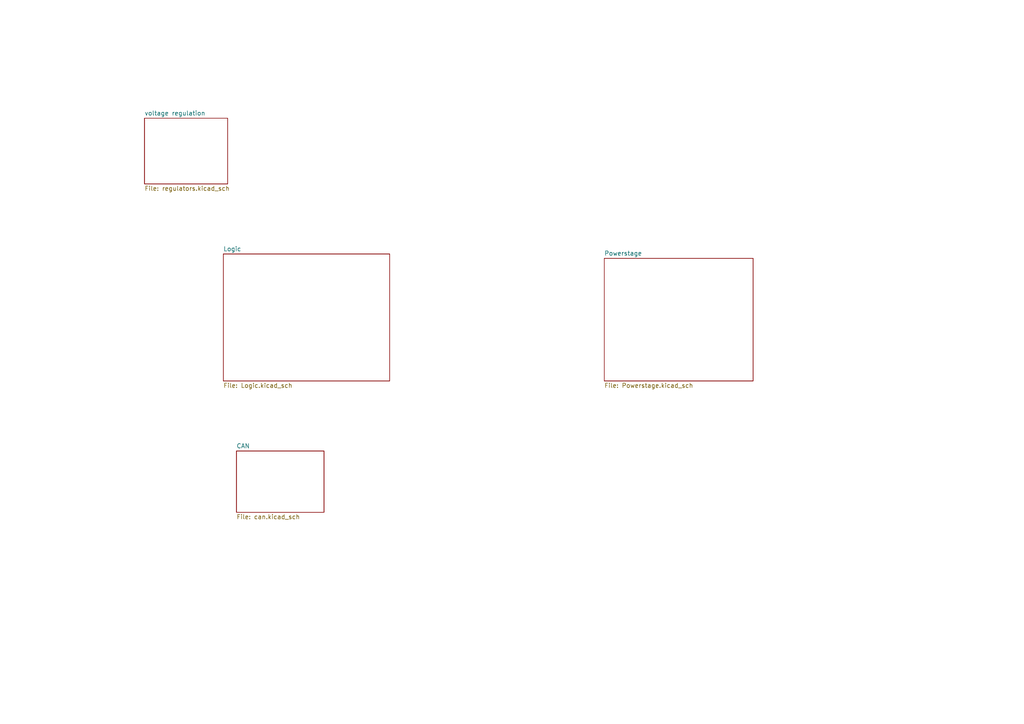
<source format=kicad_sch>
(kicad_sch
	(version 20231120)
	(generator "eeschema")
	(generator_version "8.0")
	(uuid "dc289c68-d15f-4833-9b73-29cf7cb2a289")
	(paper "A4")
	(lib_symbols)
	(sheet
		(at 64.77 73.66)
		(size 48.26 36.83)
		(fields_autoplaced yes)
		(stroke
			(width 0.1524)
			(type solid)
		)
		(fill
			(color 0 0 0 0.0000)
		)
		(uuid "52d04b8d-c40b-425a-8466-d9c480f0fea8")
		(property "Sheetname" "Logic"
			(at 64.77 72.9484 0)
			(effects
				(font
					(size 1.27 1.27)
				)
				(justify left bottom)
			)
		)
		(property "Sheetfile" "Logic.kicad_sch"
			(at 64.77 111.0746 0)
			(effects
				(font
					(size 1.27 1.27)
				)
				(justify left top)
			)
		)
		(instances
			(project "GESC"
				(path "/dc289c68-d15f-4833-9b73-29cf7cb2a289"
					(page "3")
				)
			)
		)
	)
	(sheet
		(at 68.58 130.81)
		(size 25.4 17.78)
		(fields_autoplaced yes)
		(stroke
			(width 0.1524)
			(type solid)
		)
		(fill
			(color 0 0 0 0.0000)
		)
		(uuid "82f3b7eb-8bd6-4bcb-bda1-a40c2d94d125")
		(property "Sheetname" "CAN"
			(at 68.58 130.0984 0)
			(effects
				(font
					(size 1.27 1.27)
				)
				(justify left bottom)
			)
		)
		(property "Sheetfile" "can.kicad_sch"
			(at 68.58 149.1746 0)
			(effects
				(font
					(size 1.27 1.27)
				)
				(justify left top)
			)
		)
		(instances
			(project "GESC"
				(path "/dc289c68-d15f-4833-9b73-29cf7cb2a289"
					(page "5")
				)
			)
		)
	)
	(sheet
		(at 41.91 34.29)
		(size 24.13 19.05)
		(fields_autoplaced yes)
		(stroke
			(width 0.1524)
			(type solid)
		)
		(fill
			(color 0 0 0 0.0000)
		)
		(uuid "89bbbdb6-808f-4e2c-a60d-63405fa4da92")
		(property "Sheetname" "voltage regulation"
			(at 41.91 33.5784 0)
			(effects
				(font
					(size 1.27 1.27)
				)
				(justify left bottom)
			)
		)
		(property "Sheetfile" "regulators.kicad_sch"
			(at 41.91 53.9246 0)
			(effects
				(font
					(size 1.27 1.27)
				)
				(justify left top)
			)
		)
		(instances
			(project "GESC"
				(path "/dc289c68-d15f-4833-9b73-29cf7cb2a289"
					(page "4")
				)
			)
		)
	)
	(sheet
		(at 175.26 74.93)
		(size 43.18 35.56)
		(fields_autoplaced yes)
		(stroke
			(width 0.1524)
			(type solid)
		)
		(fill
			(color 0 0 0 0.0000)
		)
		(uuid "b62f6a88-d711-46ed-9f22-d8ad594670ac")
		(property "Sheetname" "Powerstage"
			(at 175.26 74.2184 0)
			(effects
				(font
					(size 1.27 1.27)
				)
				(justify left bottom)
			)
		)
		(property "Sheetfile" "Powerstage.kicad_sch"
			(at 175.26 111.0746 0)
			(effects
				(font
					(size 1.27 1.27)
				)
				(justify left top)
			)
		)
		(instances
			(project "GESC"
				(path "/dc289c68-d15f-4833-9b73-29cf7cb2a289"
					(page "2")
				)
			)
		)
	)
	(sheet_instances
		(path "/"
			(page "1")
		)
	)
)

</source>
